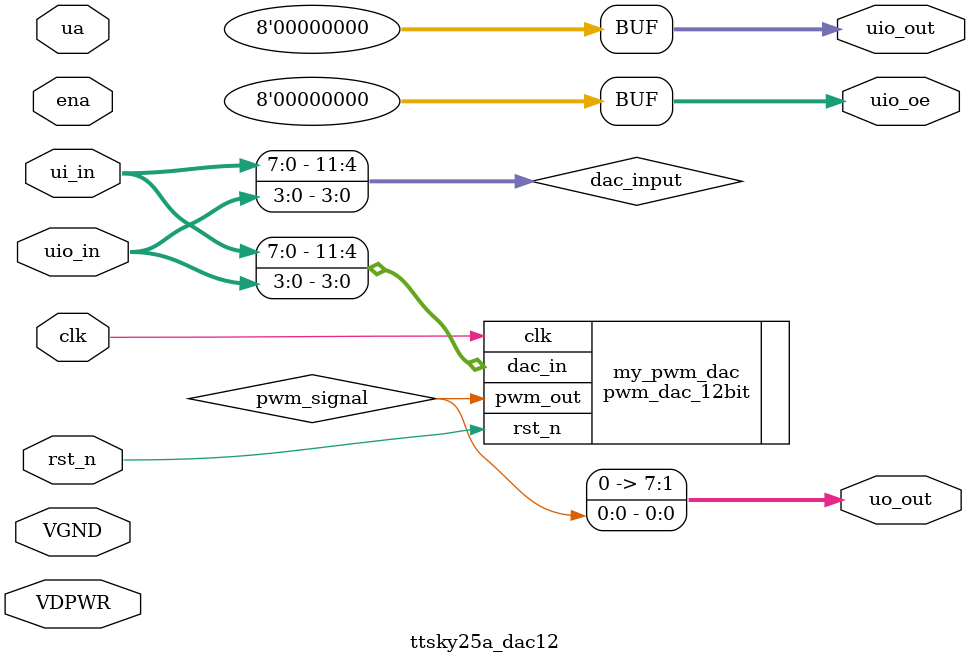
<source format=v>
`default_nettype none


module ttsky25a_dac12 (
    input  wire       VGND,
    input  wire       VDPWR,
    input  wire [7:0] ui_in,   // Dedicated inputs [11:4]
    output wire [7:0] uo_out,  // Dedicated outputs
    input  wire [7:0] uio_in,  // IOs: Input path [3:0]
    output wire [7:0] uio_out, // IOs: Output path
    output wire [7:0] uio_oe,  // IOs: Enable path
    inout  wire [7:0] ua,      // Analog pins (unused in this design)
    input  wire       ena,
    input  wire       clk,
    input  wire       rst_n
);

    // --- 12-Bit DAC Implementation ---

    // 1. Combine inputs to form a 12-bit data word.
    //    Using ui_in for the most significant 8 bits and uio_in for the least significant 4 bits.
    wire [11:0] dac_input = {ui_in, uio_in[3:0]};

    // 2. This wire will carry the 1-bit PWM signal from our DAC module.
    wire pwm_signal;

    // 3. Instantiate the 12-bit PWM DAC module.
    pwm_dac_12bit my_pwm_dac (
        .clk(clk),
        .rst_n(rst_n),
        .dac_in(dac_input),
        .pwm_out(pwm_signal)
    );

    // --- Pin Assignments ---

    // 4. Route the PWM signal to a digital output pin.
    assign uo_out[0] = pwm_signal;

    // Tie off all other unused digital outputs to ground.
    assign uo_out[7:1] = 7'b0;
    assign uio_out     = 8'b0;

    // 5. Configure the bidirectional IO pins.
    //    Set uio_oe[3:0] to 0 to use them as inputs.
    //    The rest are also inputs.
    assign uio_oe = 8'b00000000; // All uio pins are inputs

endmodule

</source>
